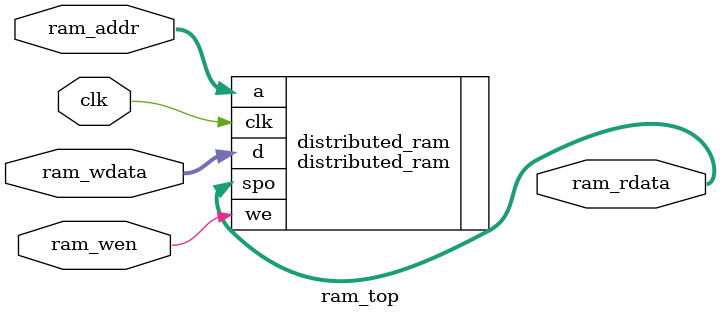
<source format=v>
`timescale 1ns / 1ps


module ram_top (
    input         clk      ,
    input  [15:0] ram_addr ,
    input  [31:0] ram_wdata,
    input         ram_wen  ,
    output [31:0] ram_rdata		   
);
					   
distributed_ram distributed_ram(
    .clk (clk       ),
    .we  (ram_wen   ),
    .a   (ram_addr  ),
    .d   (ram_wdata ),
    .spo (ram_rdata ) 
);

endmodule


</source>
